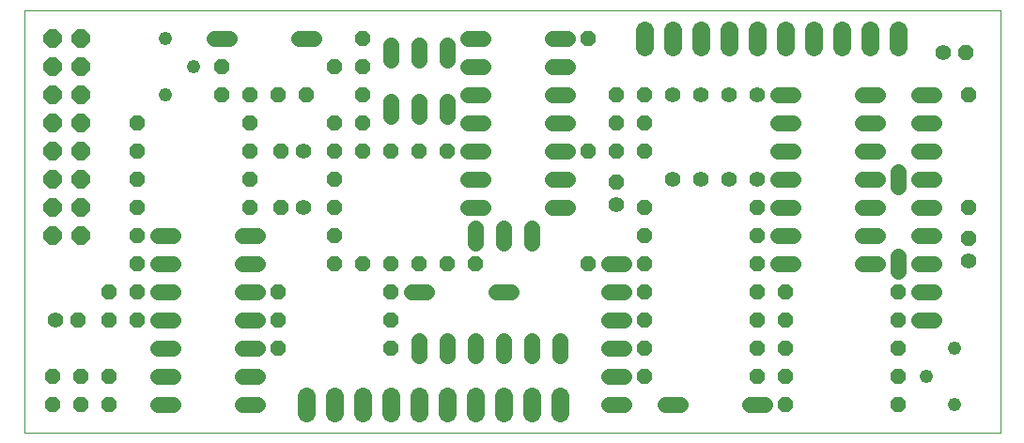
<source format=gbs>
G75*
%MOIN*%
%OFA0B0*%
%FSLAX25Y25*%
%IPPOS*%
%LPD*%
%AMOC8*
5,1,8,0,0,1.08239X$1,22.5*
%
%ADD10C,0.00000*%
%ADD11OC8,0.05600*%
%ADD12C,0.05600*%
%ADD13C,0.05600*%
%ADD14OC8,0.06400*%
%ADD15C,0.06400*%
%ADD16C,0.04800*%
D10*
X0001000Y0003500D02*
X0001000Y0153461D01*
X0347201Y0153461D01*
X0347201Y0003500D01*
X0001000Y0003500D01*
D11*
X0011000Y0013500D03*
X0021000Y0013500D03*
X0031000Y0013500D03*
X0031000Y0023500D03*
X0021000Y0023500D03*
X0011000Y0023500D03*
X0020000Y0043500D03*
X0031000Y0043500D03*
X0041000Y0043500D03*
X0041000Y0053500D03*
X0031000Y0053500D03*
X0041000Y0063500D03*
X0041000Y0073500D03*
X0041000Y0083500D03*
X0041000Y0093500D03*
X0041000Y0103500D03*
X0041000Y0113500D03*
X0071000Y0123500D03*
X0081000Y0123500D03*
X0091000Y0123500D03*
X0101000Y0123500D03*
X0121000Y0123500D03*
X0121000Y0113500D03*
X0111000Y0113500D03*
X0111000Y0103500D03*
X0121000Y0103500D03*
X0131000Y0103500D03*
X0141000Y0103500D03*
X0151000Y0103500D03*
X0111000Y0093500D03*
X0111000Y0083500D03*
X0092000Y0083500D03*
X0081000Y0083500D03*
X0081000Y0093500D03*
X0081000Y0103500D03*
X0092000Y0103500D03*
X0081000Y0113500D03*
X0071000Y0133500D03*
X0111000Y0133500D03*
X0121000Y0133500D03*
X0121000Y0143500D03*
X0201000Y0143500D03*
X0211000Y0123500D03*
X0221000Y0123500D03*
X0221000Y0113500D03*
X0211000Y0113500D03*
X0211000Y0103500D03*
X0201000Y0103500D03*
X0221000Y0103500D03*
X0211000Y0092500D03*
X0221000Y0083500D03*
X0221000Y0073500D03*
X0221000Y0063500D03*
X0221000Y0053500D03*
X0201000Y0063500D03*
X0161000Y0063500D03*
X0151000Y0063500D03*
X0141000Y0063500D03*
X0131000Y0063500D03*
X0121000Y0063500D03*
X0111000Y0063500D03*
X0111000Y0073500D03*
X0091000Y0053500D03*
X0091000Y0043500D03*
X0091000Y0033500D03*
X0131000Y0033500D03*
X0131000Y0043500D03*
X0131000Y0053500D03*
X0221000Y0043500D03*
X0221000Y0033500D03*
X0221000Y0023500D03*
X0261000Y0023500D03*
X0271000Y0023500D03*
X0271000Y0013500D03*
X0311000Y0013500D03*
X0311000Y0023500D03*
X0311000Y0033500D03*
X0311000Y0043500D03*
X0311000Y0053500D03*
X0271000Y0053500D03*
X0261000Y0053500D03*
X0261000Y0063500D03*
X0261000Y0073500D03*
X0261000Y0083500D03*
X0336000Y0083500D03*
X0336000Y0072500D03*
X0271000Y0043500D03*
X0261000Y0043500D03*
X0261000Y0033500D03*
X0271000Y0033500D03*
X0336000Y0123500D03*
X0335000Y0138500D03*
D12*
X0327000Y0138500D03*
X0261000Y0123500D03*
X0251000Y0123500D03*
X0241000Y0123500D03*
X0231000Y0123500D03*
X0231000Y0093500D03*
X0241000Y0093500D03*
X0251000Y0093500D03*
X0261000Y0093500D03*
X0211000Y0084500D03*
X0100000Y0083500D03*
X0100000Y0103500D03*
X0012000Y0043500D03*
X0336000Y0064500D03*
D13*
X0323600Y0063500D02*
X0318400Y0063500D01*
X0311000Y0066100D02*
X0311000Y0060900D01*
X0303600Y0063500D02*
X0298400Y0063500D01*
X0298400Y0073500D02*
X0303600Y0073500D01*
X0318400Y0073500D02*
X0323600Y0073500D01*
X0323600Y0083500D02*
X0318400Y0083500D01*
X0311000Y0090900D02*
X0311000Y0096100D01*
X0303600Y0093500D02*
X0298400Y0093500D01*
X0298400Y0083500D02*
X0303600Y0083500D01*
X0318400Y0093500D02*
X0323600Y0093500D01*
X0323600Y0103500D02*
X0318400Y0103500D01*
X0303600Y0103500D02*
X0298400Y0103500D01*
X0273600Y0103500D02*
X0268400Y0103500D01*
X0268400Y0093500D02*
X0273600Y0093500D01*
X0273600Y0083500D02*
X0268400Y0083500D01*
X0268400Y0073500D02*
X0273600Y0073500D01*
X0273600Y0063500D02*
X0268400Y0063500D01*
X0318400Y0053500D02*
X0323600Y0053500D01*
X0323600Y0043500D02*
X0318400Y0043500D01*
X0263600Y0013500D02*
X0258400Y0013500D01*
X0233600Y0013500D02*
X0228400Y0013500D01*
X0213600Y0013500D02*
X0208400Y0013500D01*
X0208400Y0023500D02*
X0213600Y0023500D01*
X0191000Y0030900D02*
X0191000Y0036100D01*
X0181000Y0036100D02*
X0181000Y0030900D01*
X0171000Y0030900D02*
X0171000Y0036100D01*
X0161000Y0036100D02*
X0161000Y0030900D01*
X0151000Y0030900D02*
X0151000Y0036100D01*
X0141000Y0036100D02*
X0141000Y0030900D01*
X0143600Y0053500D02*
X0138400Y0053500D01*
X0168400Y0053500D02*
X0173600Y0053500D01*
X0208400Y0053500D02*
X0213600Y0053500D01*
X0213600Y0063500D02*
X0208400Y0063500D01*
X0181000Y0070900D02*
X0181000Y0076100D01*
X0171000Y0076100D02*
X0171000Y0070900D01*
X0161000Y0070900D02*
X0161000Y0076100D01*
X0163600Y0083500D02*
X0158400Y0083500D01*
X0158400Y0093500D02*
X0163600Y0093500D01*
X0163600Y0103500D02*
X0158400Y0103500D01*
X0158400Y0113500D02*
X0163600Y0113500D01*
X0151000Y0115900D02*
X0151000Y0121100D01*
X0141000Y0121100D02*
X0141000Y0115900D01*
X0131000Y0115900D02*
X0131000Y0121100D01*
X0158400Y0123500D02*
X0163600Y0123500D01*
X0163600Y0133500D02*
X0158400Y0133500D01*
X0151000Y0135900D02*
X0151000Y0141100D01*
X0141000Y0141100D02*
X0141000Y0135900D01*
X0131000Y0135900D02*
X0131000Y0141100D01*
X0103600Y0143500D02*
X0098400Y0143500D01*
X0073600Y0143500D02*
X0068400Y0143500D01*
X0158400Y0143500D02*
X0163600Y0143500D01*
X0188400Y0143500D02*
X0193600Y0143500D01*
X0193600Y0133500D02*
X0188400Y0133500D01*
X0188400Y0123500D02*
X0193600Y0123500D01*
X0193600Y0113500D02*
X0188400Y0113500D01*
X0188400Y0103500D02*
X0193600Y0103500D01*
X0193600Y0093500D02*
X0188400Y0093500D01*
X0188400Y0083500D02*
X0193600Y0083500D01*
X0268400Y0113500D02*
X0273600Y0113500D01*
X0273600Y0123500D02*
X0268400Y0123500D01*
X0298400Y0123500D02*
X0303600Y0123500D01*
X0318400Y0123500D02*
X0323600Y0123500D01*
X0323600Y0113500D02*
X0318400Y0113500D01*
X0303600Y0113500D02*
X0298400Y0113500D01*
X0213600Y0043500D02*
X0208400Y0043500D01*
X0208400Y0033500D02*
X0213600Y0033500D01*
X0083600Y0033500D02*
X0078400Y0033500D01*
X0078400Y0043500D02*
X0083600Y0043500D01*
X0083600Y0053500D02*
X0078400Y0053500D01*
X0078400Y0063500D02*
X0083600Y0063500D01*
X0083600Y0073500D02*
X0078400Y0073500D01*
X0053600Y0073500D02*
X0048400Y0073500D01*
X0048400Y0063500D02*
X0053600Y0063500D01*
X0053600Y0053500D02*
X0048400Y0053500D01*
X0048400Y0043500D02*
X0053600Y0043500D01*
X0053600Y0033500D02*
X0048400Y0033500D01*
X0048400Y0023500D02*
X0053600Y0023500D01*
X0053600Y0013500D02*
X0048400Y0013500D01*
X0078400Y0013500D02*
X0083600Y0013500D01*
X0083600Y0023500D02*
X0078400Y0023500D01*
D14*
X0021000Y0073500D03*
X0011000Y0073500D03*
X0011000Y0083500D03*
X0021000Y0083500D03*
X0021000Y0093500D03*
X0011000Y0093500D03*
X0011000Y0103500D03*
X0021000Y0103500D03*
X0021000Y0113500D03*
X0011000Y0113500D03*
X0011000Y0123500D03*
X0021000Y0123500D03*
X0021000Y0133500D03*
X0011000Y0133500D03*
X0011000Y0143500D03*
X0021000Y0143500D03*
D15*
X0221000Y0140500D02*
X0221000Y0146500D01*
X0231000Y0146500D02*
X0231000Y0140500D01*
X0241000Y0140500D02*
X0241000Y0146500D01*
X0251000Y0146500D02*
X0251000Y0140500D01*
X0261000Y0140500D02*
X0261000Y0146500D01*
X0271000Y0146500D02*
X0271000Y0140500D01*
X0281000Y0140500D02*
X0281000Y0146500D01*
X0291000Y0146500D02*
X0291000Y0140500D01*
X0301000Y0140500D02*
X0301000Y0146500D01*
X0311000Y0146500D02*
X0311000Y0140500D01*
X0191000Y0016500D02*
X0191000Y0010500D01*
X0181000Y0010500D02*
X0181000Y0016500D01*
X0171000Y0016500D02*
X0171000Y0010500D01*
X0161000Y0010500D02*
X0161000Y0016500D01*
X0151000Y0016500D02*
X0151000Y0010500D01*
X0141000Y0010500D02*
X0141000Y0016500D01*
X0131000Y0016500D02*
X0131000Y0010500D01*
X0121000Y0010500D02*
X0121000Y0016500D01*
X0111000Y0016500D02*
X0111000Y0010500D01*
X0101000Y0010500D02*
X0101000Y0016500D01*
D16*
X0321000Y0023500D03*
X0331000Y0013500D03*
X0331000Y0033500D03*
X0061000Y0133500D03*
X0051000Y0143500D03*
X0051000Y0123500D03*
M02*

</source>
